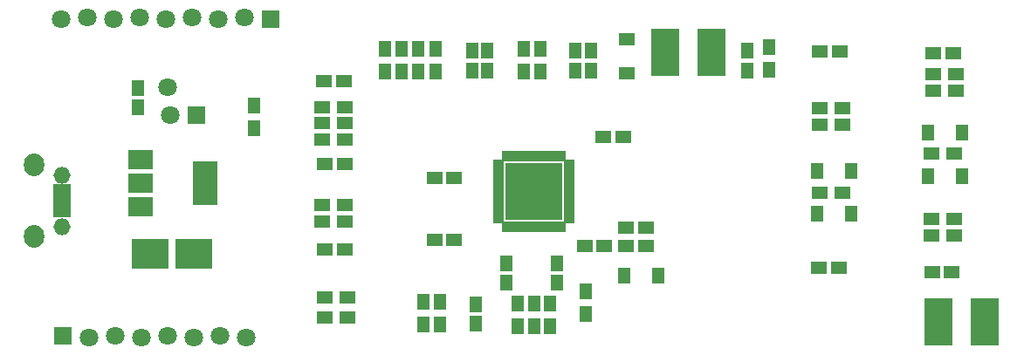
<source format=gbr>
G04 #@! TF.FileFunction,Soldermask,Top*
%FSLAX46Y46*%
G04 Gerber Fmt 4.6, Leading zero omitted, Abs format (unit mm)*
G04 Created by KiCad (PCBNEW 4.0.5+dfsg1-4) date Sat Mar  4 17:37:21 2017*
%MOMM*%
%LPD*%
G01*
G04 APERTURE LIST*
%ADD10C,0.100000*%
%ADD11R,3.600000X2.900000*%
%ADD12R,1.150000X1.600000*%
%ADD13R,1.600000X1.150000*%
%ADD14R,1.620000X1.310000*%
%ADD15R,1.310000X1.620000*%
%ADD16R,2.800000X4.600000*%
%ADD17R,1.750000X0.800000*%
%ADD18O,1.650000X1.650000*%
%ADD19O,1.950000X2.200000*%
%ADD20C,1.797000*%
%ADD21R,1.797000X1.797000*%
%ADD22R,1.300000X1.600000*%
%ADD23R,1.600000X1.300000*%
%ADD24R,1.100000X0.650000*%
%ADD25R,0.650000X1.100000*%
%ADD26R,1.687500X1.687500*%
%ADD27R,2.400000X4.200000*%
%ADD28R,2.400000X1.900000*%
G04 APERTURE END LIST*
D10*
D11*
X62450000Y-86900000D03*
X66750000Y-86900000D03*
D12*
X61300000Y-70750000D03*
X61300000Y-72650000D03*
X95200000Y-69050000D03*
X95200000Y-67150000D03*
X93700000Y-69050000D03*
X93700000Y-67150000D03*
X103700000Y-69050000D03*
X103700000Y-67150000D03*
X105200000Y-69050000D03*
X105200000Y-67150000D03*
X120400000Y-69050000D03*
X120400000Y-67150000D03*
D13*
X127450000Y-67200000D03*
X129350000Y-67200000D03*
X106450000Y-75500000D03*
X108350000Y-75500000D03*
X140350000Y-67400000D03*
X138450000Y-67400000D03*
X81250000Y-70100000D03*
X79350000Y-70100000D03*
X81350000Y-78100000D03*
X79450000Y-78100000D03*
X91950000Y-79500000D03*
X90050000Y-79500000D03*
X129250000Y-88200000D03*
X127350000Y-88200000D03*
X138350000Y-88600000D03*
X140250000Y-88600000D03*
X108650000Y-86100000D03*
X110550000Y-86100000D03*
X108650000Y-84300000D03*
X110550000Y-84300000D03*
X104650000Y-86100000D03*
X106550000Y-86100000D03*
X81350000Y-86400000D03*
X79450000Y-86400000D03*
X91950000Y-85500000D03*
X90050000Y-85500000D03*
D12*
X94100000Y-91750000D03*
X94100000Y-93650000D03*
X101900000Y-87750000D03*
X101900000Y-89650000D03*
X97000000Y-87750000D03*
X97000000Y-89650000D03*
D14*
X108700000Y-69335000D03*
X108700000Y-66065000D03*
D15*
X130435000Y-78800000D03*
X127165000Y-78800000D03*
X141235000Y-75100000D03*
X137965000Y-75100000D03*
X127165000Y-83000000D03*
X130435000Y-83000000D03*
X137965000Y-79300000D03*
X141235000Y-79300000D03*
X111735000Y-89000000D03*
X108465000Y-89000000D03*
D16*
X116950000Y-67300000D03*
X112450000Y-67300000D03*
X143450000Y-93500000D03*
X138950000Y-93500000D03*
D17*
X53962540Y-80399100D03*
X53962540Y-81049100D03*
X53962540Y-81699100D03*
X53962540Y-82349100D03*
X53962540Y-82999100D03*
D18*
X53962540Y-79199100D03*
X53962540Y-84199100D03*
D19*
X51262540Y-78199100D03*
X51262540Y-85199100D03*
D20*
X69080000Y-64060960D03*
X66540000Y-63939040D03*
X64000000Y-64060960D03*
X61460000Y-63939040D03*
X58920000Y-64060960D03*
X71620000Y-63939040D03*
X56380000Y-63939040D03*
D21*
X74160000Y-64060960D03*
D20*
X53840000Y-64060960D03*
X61630000Y-94960960D03*
X64170000Y-94839040D03*
X59090000Y-94839040D03*
X66710000Y-94960960D03*
X56550000Y-94960960D03*
X69250000Y-94839040D03*
D21*
X54010000Y-94839040D03*
D20*
X71790000Y-94960960D03*
D21*
X66970000Y-73400000D03*
D20*
X64430000Y-73400000D03*
X64200000Y-70700000D03*
D22*
X100300000Y-69200000D03*
X100300000Y-67000000D03*
X98700000Y-69200000D03*
X98700000Y-67000000D03*
X90200000Y-67000000D03*
X90200000Y-69200000D03*
X122500000Y-66800000D03*
X122500000Y-69000000D03*
X88500000Y-69200000D03*
X88500000Y-67000000D03*
X86900000Y-69200000D03*
X86900000Y-67000000D03*
D23*
X138400000Y-71000000D03*
X140600000Y-71000000D03*
X79200000Y-74200000D03*
X81400000Y-74200000D03*
X81400000Y-72600000D03*
X79200000Y-72600000D03*
X129600000Y-72700000D03*
X127400000Y-72700000D03*
X140600000Y-69400000D03*
X138400000Y-69400000D03*
X129600000Y-74300000D03*
X127400000Y-74300000D03*
D22*
X72600000Y-72500000D03*
X72600000Y-74700000D03*
D23*
X127400000Y-80900000D03*
X129600000Y-80900000D03*
X140500000Y-77100000D03*
X138300000Y-77100000D03*
X81400000Y-75800000D03*
X79200000Y-75800000D03*
X140500000Y-83500000D03*
X138300000Y-83500000D03*
X81400000Y-82100000D03*
X79200000Y-82100000D03*
X81400000Y-83700000D03*
X79200000Y-83700000D03*
X138300000Y-85100000D03*
X140500000Y-85100000D03*
X81600000Y-91100000D03*
X79400000Y-91100000D03*
X81600000Y-93000000D03*
X79400000Y-93000000D03*
D22*
X104700000Y-92700000D03*
X104700000Y-90500000D03*
X89000000Y-93700000D03*
X89000000Y-91500000D03*
X90600000Y-91500000D03*
X90600000Y-93700000D03*
X101300000Y-93900000D03*
X101300000Y-91700000D03*
X99700000Y-93900000D03*
X99700000Y-91700000D03*
X98100000Y-93900000D03*
X98100000Y-91700000D03*
X85300000Y-69200000D03*
X85300000Y-67000000D03*
D24*
X96300000Y-78050000D03*
X96300000Y-78550000D03*
X96300000Y-79050000D03*
X96300000Y-79550000D03*
X96300000Y-80050000D03*
X96300000Y-80550000D03*
X96300000Y-81050000D03*
X96300000Y-81550000D03*
X96300000Y-82050000D03*
X96300000Y-82550000D03*
X96300000Y-83050000D03*
X96300000Y-83550000D03*
D25*
X96950000Y-84200000D03*
X97450000Y-84200000D03*
X97950000Y-84200000D03*
X98450000Y-84200000D03*
X98950000Y-84200000D03*
X99450000Y-84200000D03*
X99950000Y-84200000D03*
X100450000Y-84200000D03*
X100950000Y-84200000D03*
X101450000Y-84200000D03*
X101950000Y-84200000D03*
X102450000Y-84200000D03*
D24*
X103100000Y-83550000D03*
X103100000Y-83050000D03*
X103100000Y-82550000D03*
X103100000Y-82050000D03*
X103100000Y-81550000D03*
X103100000Y-81050000D03*
X103100000Y-80550000D03*
X103100000Y-80050000D03*
X103100000Y-79550000D03*
X103100000Y-79050000D03*
X103100000Y-78550000D03*
X103100000Y-78050000D03*
D25*
X102450000Y-77400000D03*
X101950000Y-77400000D03*
X101450000Y-77400000D03*
X100950000Y-77400000D03*
X100450000Y-77400000D03*
X99950000Y-77400000D03*
X99450000Y-77400000D03*
X98950000Y-77400000D03*
X98450000Y-77400000D03*
X97950000Y-77400000D03*
X97450000Y-77400000D03*
X96950000Y-77400000D03*
D26*
X101631250Y-82731250D03*
X101631250Y-81443750D03*
X101631250Y-80156250D03*
X101631250Y-78868750D03*
X100343750Y-82731250D03*
X100343750Y-81443750D03*
X100343750Y-80156250D03*
X100343750Y-78868750D03*
X99056250Y-82731250D03*
X99056250Y-81443750D03*
X99056250Y-80156250D03*
X99056250Y-78868750D03*
X97768750Y-82731250D03*
X97768750Y-81443750D03*
X97768750Y-80156250D03*
X97768750Y-78868750D03*
D27*
X67850000Y-80000000D03*
D28*
X61550000Y-80000000D03*
X61550000Y-82300000D03*
X61550000Y-77700000D03*
M02*

</source>
